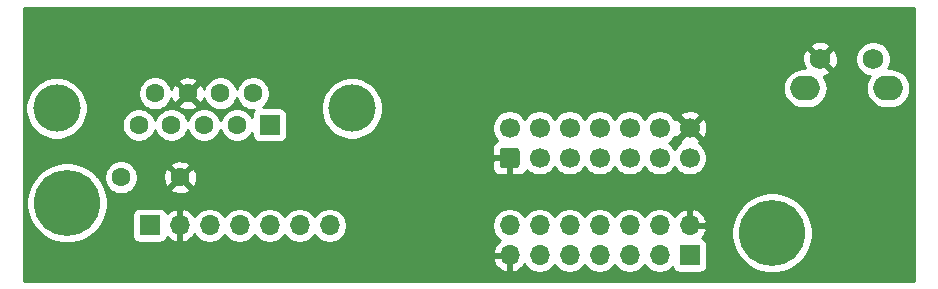
<source format=gtl>
%TF.GenerationSoftware,KiCad,Pcbnew,(5.1.12)-1*%
%TF.CreationDate,2023-01-17T22:16:04+01:00*%
%TF.ProjectId,Connectors,436f6e6e-6563-4746-9f72-732e6b696361,rev?*%
%TF.SameCoordinates,PX7065700PY5b33698*%
%TF.FileFunction,Copper,L1,Top*%
%TF.FilePolarity,Positive*%
%FSLAX46Y46*%
G04 Gerber Fmt 4.6, Leading zero omitted, Abs format (unit mm)*
G04 Created by KiCad (PCBNEW (5.1.12)-1) date 2023-01-17 22:16:04*
%MOMM*%
%LPD*%
G01*
G04 APERTURE LIST*
%TA.AperFunction,ComponentPad*%
%ADD10O,2.500000X2.100000*%
%TD*%
%TA.AperFunction,ComponentPad*%
%ADD11C,1.750000*%
%TD*%
%TA.AperFunction,ComponentPad*%
%ADD12C,1.600000*%
%TD*%
%TA.AperFunction,ComponentPad*%
%ADD13C,4.000000*%
%TD*%
%TA.AperFunction,ComponentPad*%
%ADD14R,1.700000X1.700000*%
%TD*%
%TA.AperFunction,ComponentPad*%
%ADD15C,1.700000*%
%TD*%
%TA.AperFunction,ComponentPad*%
%ADD16O,1.700000X1.700000*%
%TD*%
%TA.AperFunction,ComponentPad*%
%ADD17C,5.600000*%
%TD*%
%TA.AperFunction,Conductor*%
%ADD18C,0.254000*%
%TD*%
%TA.AperFunction,Conductor*%
%ADD19C,0.100000*%
%TD*%
G04 APERTURE END LIST*
D10*
%TO.P,SW1,*%
%TO.N,*%
X66822000Y16941000D03*
D11*
%TO.P,SW1,1*%
%TO.N,GND*%
X68072000Y19431000D03*
%TO.P,SW1,2*%
%TO.N,Net-(J13-Pad5)*%
X72572000Y19431000D03*
D10*
%TO.P,SW1,*%
%TO.N,*%
X73832000Y16941000D03*
%TD*%
D12*
%TO.P,C1,2*%
%TO.N,GND*%
X13890000Y9398000D03*
%TO.P,C1,1*%
%TO.N,VCC*%
X8890000Y9398000D03*
%TD*%
D13*
%TO.P,J15,0*%
%TO.N,N/C*%
X3429000Y15240000D03*
X28423000Y15240000D03*
D12*
%TO.P,J15,9*%
%TO.N,Net-(J15-Pad9)*%
X11768000Y16510000D03*
%TO.P,J15,8*%
%TO.N,GND*%
X14538000Y16510000D03*
%TO.P,J15,7*%
%TO.N,Net-(J14-Pad4)*%
X17308000Y16510000D03*
%TO.P,J15,6*%
%TO.N,Net-(J14-Pad6)*%
X20078000Y16510000D03*
%TO.P,J15,5*%
%TO.N,Net-(J15-Pad5)*%
X10383000Y13843000D03*
%TO.P,J15,4*%
%TO.N,VCC*%
X13153000Y13843000D03*
%TO.P,J15,3*%
%TO.N,Net-(J14-Pad3)*%
X15923000Y13843000D03*
%TO.P,J15,2*%
%TO.N,Net-(J14-Pad5)*%
X18693000Y13843000D03*
D14*
%TO.P,J15,1*%
%TO.N,Net-(J14-Pad7)*%
X21463000Y13843000D03*
%TD*%
D15*
%TO.P,J16,14*%
%TO.N,GND*%
X57023000Y13589000D03*
%TO.P,J16,12*%
%TO.N,Net-(J13-Pad4)*%
X54483000Y13589000D03*
%TO.P,J16,10*%
%TO.N,Net-(J16-Pad10)*%
X51943000Y13589000D03*
%TO.P,J16,8*%
%TO.N,Net-(J13-Pad8)*%
X49403000Y13589000D03*
%TO.P,J16,6*%
%TO.N,Net-(J13-Pad10)*%
X46863000Y13589000D03*
%TO.P,J16,4*%
%TO.N,Net-(J13-Pad12)*%
X44323000Y13589000D03*
%TO.P,J16,2*%
%TO.N,Net-(J13-Pad14)*%
X41783000Y13589000D03*
%TO.P,J16,13*%
%TO.N,Net-(J13-Pad1)*%
X57023000Y11049000D03*
%TO.P,J16,11*%
%TO.N,Net-(J13-Pad3)*%
X54483000Y11049000D03*
%TO.P,J16,9*%
%TO.N,Net-(J16-Pad9)*%
X51943000Y11049000D03*
%TO.P,J16,7*%
%TO.N,Net-(J13-Pad7)*%
X49403000Y11049000D03*
%TO.P,J16,5*%
%TO.N,Net-(J13-Pad9)*%
X46863000Y11049000D03*
%TO.P,J16,3*%
%TO.N,Net-(J13-Pad11)*%
X44323000Y11049000D03*
%TO.P,J16,1*%
%TO.N,GND*%
%TA.AperFunction,ComponentPad*%
G36*
G01*
X42383000Y10199000D02*
X41183000Y10199000D01*
G75*
G02*
X40933000Y10449000I0J250000D01*
G01*
X40933000Y11649000D01*
G75*
G02*
X41183000Y11899000I250000J0D01*
G01*
X42383000Y11899000D01*
G75*
G02*
X42633000Y11649000I0J-250000D01*
G01*
X42633000Y10449000D01*
G75*
G02*
X42383000Y10199000I-250000J0D01*
G01*
G37*
%TD.AperFunction*%
%TD*%
D16*
%TO.P,J14,7*%
%TO.N,Net-(J14-Pad7)*%
X26543000Y5334000D03*
%TO.P,J14,6*%
%TO.N,Net-(J14-Pad6)*%
X24003000Y5334000D03*
%TO.P,J14,5*%
%TO.N,Net-(J14-Pad5)*%
X21463000Y5334000D03*
%TO.P,J14,4*%
%TO.N,Net-(J14-Pad4)*%
X18923000Y5334000D03*
%TO.P,J14,3*%
%TO.N,Net-(J14-Pad3)*%
X16383000Y5334000D03*
%TO.P,J14,2*%
%TO.N,GND*%
X13843000Y5334000D03*
D14*
%TO.P,J14,1*%
%TO.N,VCC*%
X11303000Y5334000D03*
%TD*%
D16*
%TO.P,J13,14*%
%TO.N,Net-(J13-Pad14)*%
X41783000Y5334000D03*
%TO.P,J13,13*%
%TO.N,GND*%
X41783000Y2794000D03*
%TO.P,J13,12*%
%TO.N,Net-(J13-Pad12)*%
X44323000Y5334000D03*
%TO.P,J13,11*%
%TO.N,Net-(J13-Pad11)*%
X44323000Y2794000D03*
%TO.P,J13,10*%
%TO.N,Net-(J13-Pad10)*%
X46863000Y5334000D03*
%TO.P,J13,9*%
%TO.N,Net-(J13-Pad9)*%
X46863000Y2794000D03*
%TO.P,J13,8*%
%TO.N,Net-(J13-Pad8)*%
X49403000Y5334000D03*
%TO.P,J13,7*%
%TO.N,Net-(J13-Pad7)*%
X49403000Y2794000D03*
%TO.P,J13,6*%
%TO.N,Net-(J13-Pad6)*%
X51943000Y5334000D03*
%TO.P,J13,5*%
%TO.N,Net-(J13-Pad5)*%
X51943000Y2794000D03*
%TO.P,J13,4*%
%TO.N,Net-(J13-Pad4)*%
X54483000Y5334000D03*
%TO.P,J13,3*%
%TO.N,Net-(J13-Pad3)*%
X54483000Y2794000D03*
%TO.P,J13,2*%
%TO.N,GND*%
X57023000Y5334000D03*
D14*
%TO.P,J13,1*%
%TO.N,Net-(J13-Pad1)*%
X57023000Y2794000D03*
%TD*%
D17*
%TO.P,H2,1*%
%TO.N,N/C*%
X64008000Y4699000D03*
%TD*%
%TO.P,H1,1*%
%TO.N,N/C*%
X4318000Y7239000D03*
%TD*%
D18*
%TO.N,GND*%
X76048001Y660000D02*
X660000Y660000D01*
X660000Y2437109D01*
X40341519Y2437109D01*
X40438843Y2162748D01*
X40587822Y1912645D01*
X40782731Y1696412D01*
X41016080Y1522359D01*
X41278901Y1397175D01*
X41426110Y1352524D01*
X41656000Y1473845D01*
X41656000Y2667000D01*
X40462186Y2667000D01*
X40341519Y2437109D01*
X660000Y2437109D01*
X660000Y7577318D01*
X883000Y7577318D01*
X883000Y6900682D01*
X1015006Y6237048D01*
X1273943Y5611918D01*
X1649862Y5049315D01*
X2128315Y4570862D01*
X2690918Y4194943D01*
X3316048Y3936006D01*
X3979682Y3804000D01*
X4656318Y3804000D01*
X5319952Y3936006D01*
X5945082Y4194943D01*
X6507685Y4570862D01*
X6986138Y5049315D01*
X7362057Y5611918D01*
X7599020Y6184000D01*
X9814928Y6184000D01*
X9814928Y4484000D01*
X9827188Y4359518D01*
X9863498Y4239820D01*
X9922463Y4129506D01*
X10001815Y4032815D01*
X10098506Y3953463D01*
X10208820Y3894498D01*
X10328518Y3858188D01*
X10453000Y3845928D01*
X12153000Y3845928D01*
X12277482Y3858188D01*
X12397180Y3894498D01*
X12507494Y3953463D01*
X12604185Y4032815D01*
X12683537Y4129506D01*
X12742502Y4239820D01*
X12766966Y4320466D01*
X12842731Y4236412D01*
X13076080Y4062359D01*
X13338901Y3937175D01*
X13486110Y3892524D01*
X13716000Y4013845D01*
X13716000Y5207000D01*
X13696000Y5207000D01*
X13696000Y5461000D01*
X13716000Y5461000D01*
X13716000Y6654155D01*
X13970000Y6654155D01*
X13970000Y5461000D01*
X13990000Y5461000D01*
X13990000Y5207000D01*
X13970000Y5207000D01*
X13970000Y4013845D01*
X14199890Y3892524D01*
X14347099Y3937175D01*
X14609920Y4062359D01*
X14843269Y4236412D01*
X15038178Y4452645D01*
X15107805Y4569534D01*
X15229525Y4387368D01*
X15436368Y4180525D01*
X15679589Y4018010D01*
X15949842Y3906068D01*
X16236740Y3849000D01*
X16529260Y3849000D01*
X16816158Y3906068D01*
X17086411Y4018010D01*
X17329632Y4180525D01*
X17536475Y4387368D01*
X17653000Y4561760D01*
X17769525Y4387368D01*
X17976368Y4180525D01*
X18219589Y4018010D01*
X18489842Y3906068D01*
X18776740Y3849000D01*
X19069260Y3849000D01*
X19356158Y3906068D01*
X19626411Y4018010D01*
X19869632Y4180525D01*
X20076475Y4387368D01*
X20193000Y4561760D01*
X20309525Y4387368D01*
X20516368Y4180525D01*
X20759589Y4018010D01*
X21029842Y3906068D01*
X21316740Y3849000D01*
X21609260Y3849000D01*
X21896158Y3906068D01*
X22166411Y4018010D01*
X22409632Y4180525D01*
X22616475Y4387368D01*
X22733000Y4561760D01*
X22849525Y4387368D01*
X23056368Y4180525D01*
X23299589Y4018010D01*
X23569842Y3906068D01*
X23856740Y3849000D01*
X24149260Y3849000D01*
X24436158Y3906068D01*
X24706411Y4018010D01*
X24949632Y4180525D01*
X25156475Y4387368D01*
X25273000Y4561760D01*
X25389525Y4387368D01*
X25596368Y4180525D01*
X25839589Y4018010D01*
X26109842Y3906068D01*
X26396740Y3849000D01*
X26689260Y3849000D01*
X26976158Y3906068D01*
X27246411Y4018010D01*
X27489632Y4180525D01*
X27696475Y4387368D01*
X27858990Y4630589D01*
X27970932Y4900842D01*
X28028000Y5187740D01*
X28028000Y5480260D01*
X40298000Y5480260D01*
X40298000Y5187740D01*
X40355068Y4900842D01*
X40467010Y4630589D01*
X40629525Y4387368D01*
X40836368Y4180525D01*
X41012406Y4062900D01*
X40782731Y3891588D01*
X40587822Y3675355D01*
X40438843Y3425252D01*
X40341519Y3150891D01*
X40462186Y2921000D01*
X41656000Y2921000D01*
X41656000Y2941000D01*
X41910000Y2941000D01*
X41910000Y2921000D01*
X41930000Y2921000D01*
X41930000Y2667000D01*
X41910000Y2667000D01*
X41910000Y1473845D01*
X42139890Y1352524D01*
X42287099Y1397175D01*
X42549920Y1522359D01*
X42783269Y1696412D01*
X42978178Y1912645D01*
X43047805Y2029534D01*
X43169525Y1847368D01*
X43376368Y1640525D01*
X43619589Y1478010D01*
X43889842Y1366068D01*
X44176740Y1309000D01*
X44469260Y1309000D01*
X44756158Y1366068D01*
X45026411Y1478010D01*
X45269632Y1640525D01*
X45476475Y1847368D01*
X45593000Y2021760D01*
X45709525Y1847368D01*
X45916368Y1640525D01*
X46159589Y1478010D01*
X46429842Y1366068D01*
X46716740Y1309000D01*
X47009260Y1309000D01*
X47296158Y1366068D01*
X47566411Y1478010D01*
X47809632Y1640525D01*
X48016475Y1847368D01*
X48133000Y2021760D01*
X48249525Y1847368D01*
X48456368Y1640525D01*
X48699589Y1478010D01*
X48969842Y1366068D01*
X49256740Y1309000D01*
X49549260Y1309000D01*
X49836158Y1366068D01*
X50106411Y1478010D01*
X50349632Y1640525D01*
X50556475Y1847368D01*
X50673000Y2021760D01*
X50789525Y1847368D01*
X50996368Y1640525D01*
X51239589Y1478010D01*
X51509842Y1366068D01*
X51796740Y1309000D01*
X52089260Y1309000D01*
X52376158Y1366068D01*
X52646411Y1478010D01*
X52889632Y1640525D01*
X53096475Y1847368D01*
X53213000Y2021760D01*
X53329525Y1847368D01*
X53536368Y1640525D01*
X53779589Y1478010D01*
X54049842Y1366068D01*
X54336740Y1309000D01*
X54629260Y1309000D01*
X54916158Y1366068D01*
X55186411Y1478010D01*
X55429632Y1640525D01*
X55561487Y1772380D01*
X55583498Y1699820D01*
X55642463Y1589506D01*
X55721815Y1492815D01*
X55818506Y1413463D01*
X55928820Y1354498D01*
X56048518Y1318188D01*
X56173000Y1305928D01*
X57873000Y1305928D01*
X57997482Y1318188D01*
X58117180Y1354498D01*
X58227494Y1413463D01*
X58324185Y1492815D01*
X58403537Y1589506D01*
X58462502Y1699820D01*
X58498812Y1819518D01*
X58511072Y1944000D01*
X58511072Y3644000D01*
X58498812Y3768482D01*
X58462502Y3888180D01*
X58403537Y3998494D01*
X58324185Y4095185D01*
X58227494Y4174537D01*
X58117180Y4233502D01*
X58041374Y4256498D01*
X58218178Y4452645D01*
X58367157Y4702748D01*
X58464481Y4977109D01*
X58432879Y5037318D01*
X60573000Y5037318D01*
X60573000Y4360682D01*
X60705006Y3697048D01*
X60963943Y3071918D01*
X61339862Y2509315D01*
X61818315Y2030862D01*
X62380918Y1654943D01*
X63006048Y1396006D01*
X63669682Y1264000D01*
X64346318Y1264000D01*
X65009952Y1396006D01*
X65635082Y1654943D01*
X66197685Y2030862D01*
X66676138Y2509315D01*
X67052057Y3071918D01*
X67310994Y3697048D01*
X67443000Y4360682D01*
X67443000Y5037318D01*
X67310994Y5700952D01*
X67052057Y6326082D01*
X66676138Y6888685D01*
X66197685Y7367138D01*
X65635082Y7743057D01*
X65009952Y8001994D01*
X64346318Y8134000D01*
X63669682Y8134000D01*
X63006048Y8001994D01*
X62380918Y7743057D01*
X61818315Y7367138D01*
X61339862Y6888685D01*
X60963943Y6326082D01*
X60705006Y5700952D01*
X60573000Y5037318D01*
X58432879Y5037318D01*
X58343814Y5207000D01*
X57150000Y5207000D01*
X57150000Y5187000D01*
X56896000Y5187000D01*
X56896000Y5207000D01*
X56876000Y5207000D01*
X56876000Y5461000D01*
X56896000Y5461000D01*
X56896000Y6654155D01*
X57150000Y6654155D01*
X57150000Y5461000D01*
X58343814Y5461000D01*
X58464481Y5690891D01*
X58367157Y5965252D01*
X58218178Y6215355D01*
X58023269Y6431588D01*
X57789920Y6605641D01*
X57527099Y6730825D01*
X57379890Y6775476D01*
X57150000Y6654155D01*
X56896000Y6654155D01*
X56666110Y6775476D01*
X56518901Y6730825D01*
X56256080Y6605641D01*
X56022731Y6431588D01*
X55827822Y6215355D01*
X55758195Y6098466D01*
X55636475Y6280632D01*
X55429632Y6487475D01*
X55186411Y6649990D01*
X54916158Y6761932D01*
X54629260Y6819000D01*
X54336740Y6819000D01*
X54049842Y6761932D01*
X53779589Y6649990D01*
X53536368Y6487475D01*
X53329525Y6280632D01*
X53213000Y6106240D01*
X53096475Y6280632D01*
X52889632Y6487475D01*
X52646411Y6649990D01*
X52376158Y6761932D01*
X52089260Y6819000D01*
X51796740Y6819000D01*
X51509842Y6761932D01*
X51239589Y6649990D01*
X50996368Y6487475D01*
X50789525Y6280632D01*
X50673000Y6106240D01*
X50556475Y6280632D01*
X50349632Y6487475D01*
X50106411Y6649990D01*
X49836158Y6761932D01*
X49549260Y6819000D01*
X49256740Y6819000D01*
X48969842Y6761932D01*
X48699589Y6649990D01*
X48456368Y6487475D01*
X48249525Y6280632D01*
X48133000Y6106240D01*
X48016475Y6280632D01*
X47809632Y6487475D01*
X47566411Y6649990D01*
X47296158Y6761932D01*
X47009260Y6819000D01*
X46716740Y6819000D01*
X46429842Y6761932D01*
X46159589Y6649990D01*
X45916368Y6487475D01*
X45709525Y6280632D01*
X45593000Y6106240D01*
X45476475Y6280632D01*
X45269632Y6487475D01*
X45026411Y6649990D01*
X44756158Y6761932D01*
X44469260Y6819000D01*
X44176740Y6819000D01*
X43889842Y6761932D01*
X43619589Y6649990D01*
X43376368Y6487475D01*
X43169525Y6280632D01*
X43053000Y6106240D01*
X42936475Y6280632D01*
X42729632Y6487475D01*
X42486411Y6649990D01*
X42216158Y6761932D01*
X41929260Y6819000D01*
X41636740Y6819000D01*
X41349842Y6761932D01*
X41079589Y6649990D01*
X40836368Y6487475D01*
X40629525Y6280632D01*
X40467010Y6037411D01*
X40355068Y5767158D01*
X40298000Y5480260D01*
X28028000Y5480260D01*
X27970932Y5767158D01*
X27858990Y6037411D01*
X27696475Y6280632D01*
X27489632Y6487475D01*
X27246411Y6649990D01*
X26976158Y6761932D01*
X26689260Y6819000D01*
X26396740Y6819000D01*
X26109842Y6761932D01*
X25839589Y6649990D01*
X25596368Y6487475D01*
X25389525Y6280632D01*
X25273000Y6106240D01*
X25156475Y6280632D01*
X24949632Y6487475D01*
X24706411Y6649990D01*
X24436158Y6761932D01*
X24149260Y6819000D01*
X23856740Y6819000D01*
X23569842Y6761932D01*
X23299589Y6649990D01*
X23056368Y6487475D01*
X22849525Y6280632D01*
X22733000Y6106240D01*
X22616475Y6280632D01*
X22409632Y6487475D01*
X22166411Y6649990D01*
X21896158Y6761932D01*
X21609260Y6819000D01*
X21316740Y6819000D01*
X21029842Y6761932D01*
X20759589Y6649990D01*
X20516368Y6487475D01*
X20309525Y6280632D01*
X20193000Y6106240D01*
X20076475Y6280632D01*
X19869632Y6487475D01*
X19626411Y6649990D01*
X19356158Y6761932D01*
X19069260Y6819000D01*
X18776740Y6819000D01*
X18489842Y6761932D01*
X18219589Y6649990D01*
X17976368Y6487475D01*
X17769525Y6280632D01*
X17653000Y6106240D01*
X17536475Y6280632D01*
X17329632Y6487475D01*
X17086411Y6649990D01*
X16816158Y6761932D01*
X16529260Y6819000D01*
X16236740Y6819000D01*
X15949842Y6761932D01*
X15679589Y6649990D01*
X15436368Y6487475D01*
X15229525Y6280632D01*
X15107805Y6098466D01*
X15038178Y6215355D01*
X14843269Y6431588D01*
X14609920Y6605641D01*
X14347099Y6730825D01*
X14199890Y6775476D01*
X13970000Y6654155D01*
X13716000Y6654155D01*
X13486110Y6775476D01*
X13338901Y6730825D01*
X13076080Y6605641D01*
X12842731Y6431588D01*
X12766966Y6347534D01*
X12742502Y6428180D01*
X12683537Y6538494D01*
X12604185Y6635185D01*
X12507494Y6714537D01*
X12397180Y6773502D01*
X12277482Y6809812D01*
X12153000Y6822072D01*
X10453000Y6822072D01*
X10328518Y6809812D01*
X10208820Y6773502D01*
X10098506Y6714537D01*
X10001815Y6635185D01*
X9922463Y6538494D01*
X9863498Y6428180D01*
X9827188Y6308482D01*
X9814928Y6184000D01*
X7599020Y6184000D01*
X7620994Y6237048D01*
X7753000Y6900682D01*
X7753000Y7577318D01*
X7620994Y8240952D01*
X7362057Y8866082D01*
X6986138Y9428685D01*
X6875488Y9539335D01*
X7455000Y9539335D01*
X7455000Y9256665D01*
X7510147Y8979426D01*
X7618320Y8718273D01*
X7775363Y8483241D01*
X7975241Y8283363D01*
X8210273Y8126320D01*
X8471426Y8018147D01*
X8748665Y7963000D01*
X9031335Y7963000D01*
X9308574Y8018147D01*
X9569727Y8126320D01*
X9804759Y8283363D01*
X9926694Y8405298D01*
X13076903Y8405298D01*
X13148486Y8161329D01*
X13403996Y8040429D01*
X13678184Y7971700D01*
X13960512Y7957783D01*
X14240130Y7999213D01*
X14506292Y8094397D01*
X14631514Y8161329D01*
X14703097Y8405298D01*
X13890000Y9218395D01*
X13076903Y8405298D01*
X9926694Y8405298D01*
X10004637Y8483241D01*
X10161680Y8718273D01*
X10269853Y8979426D01*
X10325000Y9256665D01*
X10325000Y9327488D01*
X12449783Y9327488D01*
X12491213Y9047870D01*
X12586397Y8781708D01*
X12653329Y8656486D01*
X12897298Y8584903D01*
X13710395Y9398000D01*
X14069605Y9398000D01*
X14882702Y8584903D01*
X15126671Y8656486D01*
X15247571Y8911996D01*
X15316300Y9186184D01*
X15330217Y9468512D01*
X15288787Y9748130D01*
X15193603Y10014292D01*
X15126671Y10139514D01*
X14923931Y10199000D01*
X40294928Y10199000D01*
X40307188Y10074518D01*
X40343498Y9954820D01*
X40402463Y9844506D01*
X40481815Y9747815D01*
X40578506Y9668463D01*
X40688820Y9609498D01*
X40808518Y9573188D01*
X40933000Y9560928D01*
X41497250Y9564000D01*
X41656000Y9722750D01*
X41656000Y10922000D01*
X40456750Y10922000D01*
X40298000Y10763250D01*
X40294928Y10199000D01*
X14923931Y10199000D01*
X14882702Y10211097D01*
X14069605Y9398000D01*
X13710395Y9398000D01*
X12897298Y10211097D01*
X12653329Y10139514D01*
X12532429Y9884004D01*
X12463700Y9609816D01*
X12449783Y9327488D01*
X10325000Y9327488D01*
X10325000Y9539335D01*
X10269853Y9816574D01*
X10161680Y10077727D01*
X10004637Y10312759D01*
X9926694Y10390702D01*
X13076903Y10390702D01*
X13890000Y9577605D01*
X14703097Y10390702D01*
X14631514Y10634671D01*
X14376004Y10755571D01*
X14101816Y10824300D01*
X13819488Y10838217D01*
X13539870Y10796787D01*
X13273708Y10701603D01*
X13148486Y10634671D01*
X13076903Y10390702D01*
X9926694Y10390702D01*
X9804759Y10512637D01*
X9569727Y10669680D01*
X9308574Y10777853D01*
X9031335Y10833000D01*
X8748665Y10833000D01*
X8471426Y10777853D01*
X8210273Y10669680D01*
X7975241Y10512637D01*
X7775363Y10312759D01*
X7618320Y10077727D01*
X7510147Y9816574D01*
X7455000Y9539335D01*
X6875488Y9539335D01*
X6507685Y9907138D01*
X5945082Y10283057D01*
X5319952Y10541994D01*
X4656318Y10674000D01*
X3979682Y10674000D01*
X3316048Y10541994D01*
X2690918Y10283057D01*
X2128315Y9907138D01*
X1649862Y9428685D01*
X1273943Y8866082D01*
X1015006Y8240952D01*
X883000Y7577318D01*
X660000Y7577318D01*
X660000Y11899000D01*
X40294928Y11899000D01*
X40298000Y11334750D01*
X40456750Y11176000D01*
X41656000Y11176000D01*
X41656000Y11196000D01*
X41910000Y11196000D01*
X41910000Y11176000D01*
X41930000Y11176000D01*
X41930000Y10922000D01*
X41910000Y10922000D01*
X41910000Y9722750D01*
X42068750Y9564000D01*
X42633000Y9560928D01*
X42757482Y9573188D01*
X42877180Y9609498D01*
X42987494Y9668463D01*
X43084185Y9747815D01*
X43163537Y9844506D01*
X43222502Y9954820D01*
X43244513Y10027380D01*
X43376368Y9895525D01*
X43619589Y9733010D01*
X43889842Y9621068D01*
X44176740Y9564000D01*
X44469260Y9564000D01*
X44756158Y9621068D01*
X45026411Y9733010D01*
X45269632Y9895525D01*
X45476475Y10102368D01*
X45593000Y10276760D01*
X45709525Y10102368D01*
X45916368Y9895525D01*
X46159589Y9733010D01*
X46429842Y9621068D01*
X46716740Y9564000D01*
X47009260Y9564000D01*
X47296158Y9621068D01*
X47566411Y9733010D01*
X47809632Y9895525D01*
X48016475Y10102368D01*
X48133000Y10276760D01*
X48249525Y10102368D01*
X48456368Y9895525D01*
X48699589Y9733010D01*
X48969842Y9621068D01*
X49256740Y9564000D01*
X49549260Y9564000D01*
X49836158Y9621068D01*
X50106411Y9733010D01*
X50349632Y9895525D01*
X50556475Y10102368D01*
X50673000Y10276760D01*
X50789525Y10102368D01*
X50996368Y9895525D01*
X51239589Y9733010D01*
X51509842Y9621068D01*
X51796740Y9564000D01*
X52089260Y9564000D01*
X52376158Y9621068D01*
X52646411Y9733010D01*
X52889632Y9895525D01*
X53096475Y10102368D01*
X53213000Y10276760D01*
X53329525Y10102368D01*
X53536368Y9895525D01*
X53779589Y9733010D01*
X54049842Y9621068D01*
X54336740Y9564000D01*
X54629260Y9564000D01*
X54916158Y9621068D01*
X55186411Y9733010D01*
X55429632Y9895525D01*
X55636475Y10102368D01*
X55753000Y10276760D01*
X55869525Y10102368D01*
X56076368Y9895525D01*
X56319589Y9733010D01*
X56589842Y9621068D01*
X56876740Y9564000D01*
X57169260Y9564000D01*
X57456158Y9621068D01*
X57726411Y9733010D01*
X57969632Y9895525D01*
X58176475Y10102368D01*
X58338990Y10345589D01*
X58450932Y10615842D01*
X58508000Y10902740D01*
X58508000Y11195260D01*
X58450932Y11482158D01*
X58338990Y11752411D01*
X58176475Y11995632D01*
X57969632Y12202475D01*
X57796271Y12318311D01*
X57871792Y12560603D01*
X57023000Y13409395D01*
X56174208Y12560603D01*
X56249729Y12318311D01*
X56076368Y12202475D01*
X55869525Y11995632D01*
X55753000Y11821240D01*
X55636475Y11995632D01*
X55429632Y12202475D01*
X55255240Y12319000D01*
X55429632Y12435525D01*
X55636475Y12642368D01*
X55752311Y12815729D01*
X55994603Y12740208D01*
X56843395Y13589000D01*
X57202605Y13589000D01*
X58051397Y12740208D01*
X58300472Y12817843D01*
X58426371Y13081883D01*
X58498339Y13365411D01*
X58513611Y13657531D01*
X58471599Y13947019D01*
X58373919Y14222747D01*
X58300472Y14360157D01*
X58051397Y14437792D01*
X57202605Y13589000D01*
X56843395Y13589000D01*
X55994603Y14437792D01*
X55752311Y14362271D01*
X55636475Y14535632D01*
X55554710Y14617397D01*
X56174208Y14617397D01*
X57023000Y13768605D01*
X57871792Y14617397D01*
X57794157Y14866472D01*
X57530117Y14992371D01*
X57246589Y15064339D01*
X56954469Y15079611D01*
X56664981Y15037599D01*
X56389253Y14939919D01*
X56251843Y14866472D01*
X56174208Y14617397D01*
X55554710Y14617397D01*
X55429632Y14742475D01*
X55186411Y14904990D01*
X54916158Y15016932D01*
X54629260Y15074000D01*
X54336740Y15074000D01*
X54049842Y15016932D01*
X53779589Y14904990D01*
X53536368Y14742475D01*
X53329525Y14535632D01*
X53213000Y14361240D01*
X53096475Y14535632D01*
X52889632Y14742475D01*
X52646411Y14904990D01*
X52376158Y15016932D01*
X52089260Y15074000D01*
X51796740Y15074000D01*
X51509842Y15016932D01*
X51239589Y14904990D01*
X50996368Y14742475D01*
X50789525Y14535632D01*
X50673000Y14361240D01*
X50556475Y14535632D01*
X50349632Y14742475D01*
X50106411Y14904990D01*
X49836158Y15016932D01*
X49549260Y15074000D01*
X49256740Y15074000D01*
X48969842Y15016932D01*
X48699589Y14904990D01*
X48456368Y14742475D01*
X48249525Y14535632D01*
X48133000Y14361240D01*
X48016475Y14535632D01*
X47809632Y14742475D01*
X47566411Y14904990D01*
X47296158Y15016932D01*
X47009260Y15074000D01*
X46716740Y15074000D01*
X46429842Y15016932D01*
X46159589Y14904990D01*
X45916368Y14742475D01*
X45709525Y14535632D01*
X45593000Y14361240D01*
X45476475Y14535632D01*
X45269632Y14742475D01*
X45026411Y14904990D01*
X44756158Y15016932D01*
X44469260Y15074000D01*
X44176740Y15074000D01*
X43889842Y15016932D01*
X43619589Y14904990D01*
X43376368Y14742475D01*
X43169525Y14535632D01*
X43053000Y14361240D01*
X42936475Y14535632D01*
X42729632Y14742475D01*
X42486411Y14904990D01*
X42216158Y15016932D01*
X41929260Y15074000D01*
X41636740Y15074000D01*
X41349842Y15016932D01*
X41079589Y14904990D01*
X40836368Y14742475D01*
X40629525Y14535632D01*
X40467010Y14292411D01*
X40355068Y14022158D01*
X40298000Y13735260D01*
X40298000Y13442740D01*
X40355068Y13155842D01*
X40467010Y12885589D01*
X40629525Y12642368D01*
X40761380Y12510513D01*
X40688820Y12488502D01*
X40578506Y12429537D01*
X40481815Y12350185D01*
X40402463Y12253494D01*
X40343498Y12143180D01*
X40307188Y12023482D01*
X40294928Y11899000D01*
X660000Y11899000D01*
X660000Y15499525D01*
X794000Y15499525D01*
X794000Y14980475D01*
X895261Y14471399D01*
X1093893Y13991859D01*
X1382262Y13560285D01*
X1749285Y13193262D01*
X2180859Y12904893D01*
X2660399Y12706261D01*
X3169475Y12605000D01*
X3688525Y12605000D01*
X4197601Y12706261D01*
X4677141Y12904893D01*
X5108715Y13193262D01*
X5475738Y13560285D01*
X5759079Y13984335D01*
X8948000Y13984335D01*
X8948000Y13701665D01*
X9003147Y13424426D01*
X9111320Y13163273D01*
X9268363Y12928241D01*
X9468241Y12728363D01*
X9703273Y12571320D01*
X9964426Y12463147D01*
X10241665Y12408000D01*
X10524335Y12408000D01*
X10801574Y12463147D01*
X11062727Y12571320D01*
X11297759Y12728363D01*
X11497637Y12928241D01*
X11654680Y13163273D01*
X11762853Y13424426D01*
X11768000Y13450301D01*
X11773147Y13424426D01*
X11881320Y13163273D01*
X12038363Y12928241D01*
X12238241Y12728363D01*
X12473273Y12571320D01*
X12734426Y12463147D01*
X13011665Y12408000D01*
X13294335Y12408000D01*
X13571574Y12463147D01*
X13832727Y12571320D01*
X14067759Y12728363D01*
X14267637Y12928241D01*
X14424680Y13163273D01*
X14532853Y13424426D01*
X14538000Y13450301D01*
X14543147Y13424426D01*
X14651320Y13163273D01*
X14808363Y12928241D01*
X15008241Y12728363D01*
X15243273Y12571320D01*
X15504426Y12463147D01*
X15781665Y12408000D01*
X16064335Y12408000D01*
X16341574Y12463147D01*
X16602727Y12571320D01*
X16837759Y12728363D01*
X17037637Y12928241D01*
X17194680Y13163273D01*
X17302853Y13424426D01*
X17308000Y13450301D01*
X17313147Y13424426D01*
X17421320Y13163273D01*
X17578363Y12928241D01*
X17778241Y12728363D01*
X18013273Y12571320D01*
X18274426Y12463147D01*
X18551665Y12408000D01*
X18834335Y12408000D01*
X19111574Y12463147D01*
X19372727Y12571320D01*
X19607759Y12728363D01*
X19807637Y12928241D01*
X19964680Y13163273D01*
X19974928Y13188014D01*
X19974928Y12993000D01*
X19987188Y12868518D01*
X20023498Y12748820D01*
X20082463Y12638506D01*
X20161815Y12541815D01*
X20258506Y12462463D01*
X20368820Y12403498D01*
X20488518Y12367188D01*
X20613000Y12354928D01*
X22313000Y12354928D01*
X22437482Y12367188D01*
X22557180Y12403498D01*
X22667494Y12462463D01*
X22764185Y12541815D01*
X22843537Y12638506D01*
X22902502Y12748820D01*
X22938812Y12868518D01*
X22951072Y12993000D01*
X22951072Y14693000D01*
X22938812Y14817482D01*
X22902502Y14937180D01*
X22843537Y15047494D01*
X22764185Y15144185D01*
X22667494Y15223537D01*
X22557180Y15282502D01*
X22437482Y15318812D01*
X22313000Y15331072D01*
X20896540Y15331072D01*
X20992759Y15395363D01*
X21096921Y15499525D01*
X25788000Y15499525D01*
X25788000Y14980475D01*
X25889261Y14471399D01*
X26087893Y13991859D01*
X26376262Y13560285D01*
X26743285Y13193262D01*
X27174859Y12904893D01*
X27654399Y12706261D01*
X28163475Y12605000D01*
X28682525Y12605000D01*
X29191601Y12706261D01*
X29671141Y12904893D01*
X30102715Y13193262D01*
X30469738Y13560285D01*
X30758107Y13991859D01*
X30956739Y14471399D01*
X31058000Y14980475D01*
X31058000Y15499525D01*
X30956739Y16008601D01*
X30758107Y16488141D01*
X30469738Y16919715D01*
X30448453Y16941000D01*
X64928848Y16941000D01*
X64961381Y16610682D01*
X65057732Y16293059D01*
X65214196Y16000335D01*
X65424761Y15743761D01*
X65681335Y15533196D01*
X65974059Y15376732D01*
X66291682Y15280381D01*
X66539230Y15256000D01*
X67104770Y15256000D01*
X67352318Y15280381D01*
X67669941Y15376732D01*
X67962665Y15533196D01*
X68219239Y15743761D01*
X68429804Y16000335D01*
X68586268Y16293059D01*
X68682619Y16610682D01*
X68715152Y16941000D01*
X68682619Y17271318D01*
X68586268Y17588941D01*
X68429804Y17881665D01*
X68374572Y17948966D01*
X68433963Y17957499D01*
X68714474Y18056428D01*
X68857975Y18133132D01*
X68938635Y18384760D01*
X68072000Y19251395D01*
X68057858Y19237252D01*
X67878253Y19416857D01*
X67892395Y19431000D01*
X68251605Y19431000D01*
X69118240Y18564365D01*
X69369868Y18645025D01*
X69498267Y18913329D01*
X69571855Y19201526D01*
X69587804Y19498543D01*
X69576140Y19579722D01*
X71062000Y19579722D01*
X71062000Y19282278D01*
X71120029Y18990549D01*
X71233856Y18715747D01*
X71399107Y18468431D01*
X71609431Y18258107D01*
X71856747Y18092856D01*
X72131549Y17979029D01*
X72279885Y17949523D01*
X72224196Y17881665D01*
X72067732Y17588941D01*
X71971381Y17271318D01*
X71938848Y16941000D01*
X71971381Y16610682D01*
X72067732Y16293059D01*
X72224196Y16000335D01*
X72434761Y15743761D01*
X72691335Y15533196D01*
X72984059Y15376732D01*
X73301682Y15280381D01*
X73549230Y15256000D01*
X74114770Y15256000D01*
X74362318Y15280381D01*
X74679941Y15376732D01*
X74972665Y15533196D01*
X75229239Y15743761D01*
X75439804Y16000335D01*
X75596268Y16293059D01*
X75692619Y16610682D01*
X75725152Y16941000D01*
X75692619Y17271318D01*
X75596268Y17588941D01*
X75439804Y17881665D01*
X75229239Y18138239D01*
X74972665Y18348804D01*
X74679941Y18505268D01*
X74362318Y18601619D01*
X74114770Y18626000D01*
X73850177Y18626000D01*
X73910144Y18715747D01*
X74023971Y18990549D01*
X74082000Y19282278D01*
X74082000Y19579722D01*
X74023971Y19871451D01*
X73910144Y20146253D01*
X73744893Y20393569D01*
X73534569Y20603893D01*
X73287253Y20769144D01*
X73012451Y20882971D01*
X72720722Y20941000D01*
X72423278Y20941000D01*
X72131549Y20882971D01*
X71856747Y20769144D01*
X71609431Y20603893D01*
X71399107Y20393569D01*
X71233856Y20146253D01*
X71120029Y19871451D01*
X71062000Y19579722D01*
X69576140Y19579722D01*
X69545501Y19792963D01*
X69446572Y20073474D01*
X69369868Y20216975D01*
X69118240Y20297635D01*
X68251605Y19431000D01*
X67892395Y19431000D01*
X67025760Y20297635D01*
X66774132Y20216975D01*
X66645733Y19948671D01*
X66572145Y19660474D01*
X66556196Y19363457D01*
X66598499Y19069037D01*
X66697428Y18788526D01*
X66774132Y18645025D01*
X66833483Y18626000D01*
X66539230Y18626000D01*
X66291682Y18601619D01*
X65974059Y18505268D01*
X65681335Y18348804D01*
X65424761Y18138239D01*
X65214196Y17881665D01*
X65057732Y17588941D01*
X64961381Y17271318D01*
X64928848Y16941000D01*
X30448453Y16941000D01*
X30102715Y17286738D01*
X29671141Y17575107D01*
X29191601Y17773739D01*
X28682525Y17875000D01*
X28163475Y17875000D01*
X27654399Y17773739D01*
X27174859Y17575107D01*
X26743285Y17286738D01*
X26376262Y16919715D01*
X26087893Y16488141D01*
X25889261Y16008601D01*
X25788000Y15499525D01*
X21096921Y15499525D01*
X21192637Y15595241D01*
X21349680Y15830273D01*
X21457853Y16091426D01*
X21513000Y16368665D01*
X21513000Y16651335D01*
X21457853Y16928574D01*
X21349680Y17189727D01*
X21192637Y17424759D01*
X20992759Y17624637D01*
X20757727Y17781680D01*
X20496574Y17889853D01*
X20219335Y17945000D01*
X19936665Y17945000D01*
X19659426Y17889853D01*
X19398273Y17781680D01*
X19163241Y17624637D01*
X18963363Y17424759D01*
X18806320Y17189727D01*
X18698147Y16928574D01*
X18693000Y16902699D01*
X18687853Y16928574D01*
X18579680Y17189727D01*
X18422637Y17424759D01*
X18222759Y17624637D01*
X17987727Y17781680D01*
X17726574Y17889853D01*
X17449335Y17945000D01*
X17166665Y17945000D01*
X16889426Y17889853D01*
X16628273Y17781680D01*
X16393241Y17624637D01*
X16193363Y17424759D01*
X16036320Y17189727D01*
X15928147Y16928574D01*
X15922487Y16900118D01*
X15841603Y17126292D01*
X15774671Y17251514D01*
X15530702Y17323097D01*
X14717605Y16510000D01*
X15530702Y15696903D01*
X15774671Y15768486D01*
X15895571Y16023996D01*
X15921212Y16126289D01*
X15928147Y16091426D01*
X16036320Y15830273D01*
X16193363Y15595241D01*
X16393241Y15395363D01*
X16628273Y15238320D01*
X16889426Y15130147D01*
X17166665Y15075000D01*
X17449335Y15075000D01*
X17726574Y15130147D01*
X17987727Y15238320D01*
X18222759Y15395363D01*
X18422637Y15595241D01*
X18579680Y15830273D01*
X18687853Y16091426D01*
X18693000Y16117301D01*
X18698147Y16091426D01*
X18806320Y15830273D01*
X18963363Y15595241D01*
X19163241Y15395363D01*
X19398273Y15238320D01*
X19659426Y15130147D01*
X19936665Y15075000D01*
X20105037Y15075000D01*
X20082463Y15047494D01*
X20023498Y14937180D01*
X19987188Y14817482D01*
X19974928Y14693000D01*
X19974928Y14497986D01*
X19964680Y14522727D01*
X19807637Y14757759D01*
X19607759Y14957637D01*
X19372727Y15114680D01*
X19111574Y15222853D01*
X18834335Y15278000D01*
X18551665Y15278000D01*
X18274426Y15222853D01*
X18013273Y15114680D01*
X17778241Y14957637D01*
X17578363Y14757759D01*
X17421320Y14522727D01*
X17313147Y14261574D01*
X17308000Y14235699D01*
X17302853Y14261574D01*
X17194680Y14522727D01*
X17037637Y14757759D01*
X16837759Y14957637D01*
X16602727Y15114680D01*
X16341574Y15222853D01*
X16064335Y15278000D01*
X15781665Y15278000D01*
X15504426Y15222853D01*
X15243273Y15114680D01*
X15008241Y14957637D01*
X14808363Y14757759D01*
X14651320Y14522727D01*
X14543147Y14261574D01*
X14538000Y14235699D01*
X14532853Y14261574D01*
X14424680Y14522727D01*
X14267637Y14757759D01*
X14067759Y14957637D01*
X13832727Y15114680D01*
X13571574Y15222853D01*
X13294335Y15278000D01*
X13011665Y15278000D01*
X12734426Y15222853D01*
X12473273Y15114680D01*
X12238241Y14957637D01*
X12038363Y14757759D01*
X11881320Y14522727D01*
X11773147Y14261574D01*
X11768000Y14235699D01*
X11762853Y14261574D01*
X11654680Y14522727D01*
X11497637Y14757759D01*
X11297759Y14957637D01*
X11062727Y15114680D01*
X10801574Y15222853D01*
X10524335Y15278000D01*
X10241665Y15278000D01*
X9964426Y15222853D01*
X9703273Y15114680D01*
X9468241Y14957637D01*
X9268363Y14757759D01*
X9111320Y14522727D01*
X9003147Y14261574D01*
X8948000Y13984335D01*
X5759079Y13984335D01*
X5764107Y13991859D01*
X5962739Y14471399D01*
X6064000Y14980475D01*
X6064000Y15499525D01*
X5962739Y16008601D01*
X5764107Y16488141D01*
X5655065Y16651335D01*
X10333000Y16651335D01*
X10333000Y16368665D01*
X10388147Y16091426D01*
X10496320Y15830273D01*
X10653363Y15595241D01*
X10853241Y15395363D01*
X11088273Y15238320D01*
X11349426Y15130147D01*
X11626665Y15075000D01*
X11909335Y15075000D01*
X12186574Y15130147D01*
X12447727Y15238320D01*
X12682759Y15395363D01*
X12804694Y15517298D01*
X13724903Y15517298D01*
X13796486Y15273329D01*
X14051996Y15152429D01*
X14326184Y15083700D01*
X14608512Y15069783D01*
X14888130Y15111213D01*
X15154292Y15206397D01*
X15279514Y15273329D01*
X15351097Y15517298D01*
X14538000Y16330395D01*
X13724903Y15517298D01*
X12804694Y15517298D01*
X12882637Y15595241D01*
X13039680Y15830273D01*
X13147853Y16091426D01*
X13153513Y16119882D01*
X13234397Y15893708D01*
X13301329Y15768486D01*
X13545298Y15696903D01*
X14358395Y16510000D01*
X13545298Y17323097D01*
X13301329Y17251514D01*
X13180429Y16996004D01*
X13154788Y16893711D01*
X13147853Y16928574D01*
X13039680Y17189727D01*
X12882637Y17424759D01*
X12804694Y17502702D01*
X13724903Y17502702D01*
X14538000Y16689605D01*
X15351097Y17502702D01*
X15279514Y17746671D01*
X15024004Y17867571D01*
X14749816Y17936300D01*
X14467488Y17950217D01*
X14187870Y17908787D01*
X13921708Y17813603D01*
X13796486Y17746671D01*
X13724903Y17502702D01*
X12804694Y17502702D01*
X12682759Y17624637D01*
X12447727Y17781680D01*
X12186574Y17889853D01*
X11909335Y17945000D01*
X11626665Y17945000D01*
X11349426Y17889853D01*
X11088273Y17781680D01*
X10853241Y17624637D01*
X10653363Y17424759D01*
X10496320Y17189727D01*
X10388147Y16928574D01*
X10333000Y16651335D01*
X5655065Y16651335D01*
X5475738Y16919715D01*
X5108715Y17286738D01*
X4677141Y17575107D01*
X4197601Y17773739D01*
X3688525Y17875000D01*
X3169475Y17875000D01*
X2660399Y17773739D01*
X2180859Y17575107D01*
X1749285Y17286738D01*
X1382262Y16919715D01*
X1093893Y16488141D01*
X895261Y16008601D01*
X794000Y15499525D01*
X660000Y15499525D01*
X660000Y20477240D01*
X67205365Y20477240D01*
X68072000Y19610605D01*
X68938635Y20477240D01*
X68857975Y20728868D01*
X68589671Y20857267D01*
X68301474Y20930855D01*
X68004457Y20946804D01*
X67710037Y20904501D01*
X67429526Y20805572D01*
X67286025Y20728868D01*
X67205365Y20477240D01*
X660000Y20477240D01*
X660000Y23724000D01*
X76048000Y23724000D01*
X76048001Y660000D01*
%TA.AperFunction,Conductor*%
D19*
G36*
X76048001Y660000D02*
G01*
X660000Y660000D01*
X660000Y2437109D01*
X40341519Y2437109D01*
X40438843Y2162748D01*
X40587822Y1912645D01*
X40782731Y1696412D01*
X41016080Y1522359D01*
X41278901Y1397175D01*
X41426110Y1352524D01*
X41656000Y1473845D01*
X41656000Y2667000D01*
X40462186Y2667000D01*
X40341519Y2437109D01*
X660000Y2437109D01*
X660000Y7577318D01*
X883000Y7577318D01*
X883000Y6900682D01*
X1015006Y6237048D01*
X1273943Y5611918D01*
X1649862Y5049315D01*
X2128315Y4570862D01*
X2690918Y4194943D01*
X3316048Y3936006D01*
X3979682Y3804000D01*
X4656318Y3804000D01*
X5319952Y3936006D01*
X5945082Y4194943D01*
X6507685Y4570862D01*
X6986138Y5049315D01*
X7362057Y5611918D01*
X7599020Y6184000D01*
X9814928Y6184000D01*
X9814928Y4484000D01*
X9827188Y4359518D01*
X9863498Y4239820D01*
X9922463Y4129506D01*
X10001815Y4032815D01*
X10098506Y3953463D01*
X10208820Y3894498D01*
X10328518Y3858188D01*
X10453000Y3845928D01*
X12153000Y3845928D01*
X12277482Y3858188D01*
X12397180Y3894498D01*
X12507494Y3953463D01*
X12604185Y4032815D01*
X12683537Y4129506D01*
X12742502Y4239820D01*
X12766966Y4320466D01*
X12842731Y4236412D01*
X13076080Y4062359D01*
X13338901Y3937175D01*
X13486110Y3892524D01*
X13716000Y4013845D01*
X13716000Y5207000D01*
X13696000Y5207000D01*
X13696000Y5461000D01*
X13716000Y5461000D01*
X13716000Y6654155D01*
X13970000Y6654155D01*
X13970000Y5461000D01*
X13990000Y5461000D01*
X13990000Y5207000D01*
X13970000Y5207000D01*
X13970000Y4013845D01*
X14199890Y3892524D01*
X14347099Y3937175D01*
X14609920Y4062359D01*
X14843269Y4236412D01*
X15038178Y4452645D01*
X15107805Y4569534D01*
X15229525Y4387368D01*
X15436368Y4180525D01*
X15679589Y4018010D01*
X15949842Y3906068D01*
X16236740Y3849000D01*
X16529260Y3849000D01*
X16816158Y3906068D01*
X17086411Y4018010D01*
X17329632Y4180525D01*
X17536475Y4387368D01*
X17653000Y4561760D01*
X17769525Y4387368D01*
X17976368Y4180525D01*
X18219589Y4018010D01*
X18489842Y3906068D01*
X18776740Y3849000D01*
X19069260Y3849000D01*
X19356158Y3906068D01*
X19626411Y4018010D01*
X19869632Y4180525D01*
X20076475Y4387368D01*
X20193000Y4561760D01*
X20309525Y4387368D01*
X20516368Y4180525D01*
X20759589Y4018010D01*
X21029842Y3906068D01*
X21316740Y3849000D01*
X21609260Y3849000D01*
X21896158Y3906068D01*
X22166411Y4018010D01*
X22409632Y4180525D01*
X22616475Y4387368D01*
X22733000Y4561760D01*
X22849525Y4387368D01*
X23056368Y4180525D01*
X23299589Y4018010D01*
X23569842Y3906068D01*
X23856740Y3849000D01*
X24149260Y3849000D01*
X24436158Y3906068D01*
X24706411Y4018010D01*
X24949632Y4180525D01*
X25156475Y4387368D01*
X25273000Y4561760D01*
X25389525Y4387368D01*
X25596368Y4180525D01*
X25839589Y4018010D01*
X26109842Y3906068D01*
X26396740Y3849000D01*
X26689260Y3849000D01*
X26976158Y3906068D01*
X27246411Y4018010D01*
X27489632Y4180525D01*
X27696475Y4387368D01*
X27858990Y4630589D01*
X27970932Y4900842D01*
X28028000Y5187740D01*
X28028000Y5480260D01*
X40298000Y5480260D01*
X40298000Y5187740D01*
X40355068Y4900842D01*
X40467010Y4630589D01*
X40629525Y4387368D01*
X40836368Y4180525D01*
X41012406Y4062900D01*
X40782731Y3891588D01*
X40587822Y3675355D01*
X40438843Y3425252D01*
X40341519Y3150891D01*
X40462186Y2921000D01*
X41656000Y2921000D01*
X41656000Y2941000D01*
X41910000Y2941000D01*
X41910000Y2921000D01*
X41930000Y2921000D01*
X41930000Y2667000D01*
X41910000Y2667000D01*
X41910000Y1473845D01*
X42139890Y1352524D01*
X42287099Y1397175D01*
X42549920Y1522359D01*
X42783269Y1696412D01*
X42978178Y1912645D01*
X43047805Y2029534D01*
X43169525Y1847368D01*
X43376368Y1640525D01*
X43619589Y1478010D01*
X43889842Y1366068D01*
X44176740Y1309000D01*
X44469260Y1309000D01*
X44756158Y1366068D01*
X45026411Y1478010D01*
X45269632Y1640525D01*
X45476475Y1847368D01*
X45593000Y2021760D01*
X45709525Y1847368D01*
X45916368Y1640525D01*
X46159589Y1478010D01*
X46429842Y1366068D01*
X46716740Y1309000D01*
X47009260Y1309000D01*
X47296158Y1366068D01*
X47566411Y1478010D01*
X47809632Y1640525D01*
X48016475Y1847368D01*
X48133000Y2021760D01*
X48249525Y1847368D01*
X48456368Y1640525D01*
X48699589Y1478010D01*
X48969842Y1366068D01*
X49256740Y1309000D01*
X49549260Y1309000D01*
X49836158Y1366068D01*
X50106411Y1478010D01*
X50349632Y1640525D01*
X50556475Y1847368D01*
X50673000Y2021760D01*
X50789525Y1847368D01*
X50996368Y1640525D01*
X51239589Y1478010D01*
X51509842Y1366068D01*
X51796740Y1309000D01*
X52089260Y1309000D01*
X52376158Y1366068D01*
X52646411Y1478010D01*
X52889632Y1640525D01*
X53096475Y1847368D01*
X53213000Y2021760D01*
X53329525Y1847368D01*
X53536368Y1640525D01*
X53779589Y1478010D01*
X54049842Y1366068D01*
X54336740Y1309000D01*
X54629260Y1309000D01*
X54916158Y1366068D01*
X55186411Y1478010D01*
X55429632Y1640525D01*
X55561487Y1772380D01*
X55583498Y1699820D01*
X55642463Y1589506D01*
X55721815Y1492815D01*
X55818506Y1413463D01*
X55928820Y1354498D01*
X56048518Y1318188D01*
X56173000Y1305928D01*
X57873000Y1305928D01*
X57997482Y1318188D01*
X58117180Y1354498D01*
X58227494Y1413463D01*
X58324185Y1492815D01*
X58403537Y1589506D01*
X58462502Y1699820D01*
X58498812Y1819518D01*
X58511072Y1944000D01*
X58511072Y3644000D01*
X58498812Y3768482D01*
X58462502Y3888180D01*
X58403537Y3998494D01*
X58324185Y4095185D01*
X58227494Y4174537D01*
X58117180Y4233502D01*
X58041374Y4256498D01*
X58218178Y4452645D01*
X58367157Y4702748D01*
X58464481Y4977109D01*
X58432879Y5037318D01*
X60573000Y5037318D01*
X60573000Y4360682D01*
X60705006Y3697048D01*
X60963943Y3071918D01*
X61339862Y2509315D01*
X61818315Y2030862D01*
X62380918Y1654943D01*
X63006048Y1396006D01*
X63669682Y1264000D01*
X64346318Y1264000D01*
X65009952Y1396006D01*
X65635082Y1654943D01*
X66197685Y2030862D01*
X66676138Y2509315D01*
X67052057Y3071918D01*
X67310994Y3697048D01*
X67443000Y4360682D01*
X67443000Y5037318D01*
X67310994Y5700952D01*
X67052057Y6326082D01*
X66676138Y6888685D01*
X66197685Y7367138D01*
X65635082Y7743057D01*
X65009952Y8001994D01*
X64346318Y8134000D01*
X63669682Y8134000D01*
X63006048Y8001994D01*
X62380918Y7743057D01*
X61818315Y7367138D01*
X61339862Y6888685D01*
X60963943Y6326082D01*
X60705006Y5700952D01*
X60573000Y5037318D01*
X58432879Y5037318D01*
X58343814Y5207000D01*
X57150000Y5207000D01*
X57150000Y5187000D01*
X56896000Y5187000D01*
X56896000Y5207000D01*
X56876000Y5207000D01*
X56876000Y5461000D01*
X56896000Y5461000D01*
X56896000Y6654155D01*
X57150000Y6654155D01*
X57150000Y5461000D01*
X58343814Y5461000D01*
X58464481Y5690891D01*
X58367157Y5965252D01*
X58218178Y6215355D01*
X58023269Y6431588D01*
X57789920Y6605641D01*
X57527099Y6730825D01*
X57379890Y6775476D01*
X57150000Y6654155D01*
X56896000Y6654155D01*
X56666110Y6775476D01*
X56518901Y6730825D01*
X56256080Y6605641D01*
X56022731Y6431588D01*
X55827822Y6215355D01*
X55758195Y6098466D01*
X55636475Y6280632D01*
X55429632Y6487475D01*
X55186411Y6649990D01*
X54916158Y6761932D01*
X54629260Y6819000D01*
X54336740Y6819000D01*
X54049842Y6761932D01*
X53779589Y6649990D01*
X53536368Y6487475D01*
X53329525Y6280632D01*
X53213000Y6106240D01*
X53096475Y6280632D01*
X52889632Y6487475D01*
X52646411Y6649990D01*
X52376158Y6761932D01*
X52089260Y6819000D01*
X51796740Y6819000D01*
X51509842Y6761932D01*
X51239589Y6649990D01*
X50996368Y6487475D01*
X50789525Y6280632D01*
X50673000Y6106240D01*
X50556475Y6280632D01*
X50349632Y6487475D01*
X50106411Y6649990D01*
X49836158Y6761932D01*
X49549260Y6819000D01*
X49256740Y6819000D01*
X48969842Y6761932D01*
X48699589Y6649990D01*
X48456368Y6487475D01*
X48249525Y6280632D01*
X48133000Y6106240D01*
X48016475Y6280632D01*
X47809632Y6487475D01*
X47566411Y6649990D01*
X47296158Y6761932D01*
X47009260Y6819000D01*
X46716740Y6819000D01*
X46429842Y6761932D01*
X46159589Y6649990D01*
X45916368Y6487475D01*
X45709525Y6280632D01*
X45593000Y6106240D01*
X45476475Y6280632D01*
X45269632Y6487475D01*
X45026411Y6649990D01*
X44756158Y6761932D01*
X44469260Y6819000D01*
X44176740Y6819000D01*
X43889842Y6761932D01*
X43619589Y6649990D01*
X43376368Y6487475D01*
X43169525Y6280632D01*
X43053000Y6106240D01*
X42936475Y6280632D01*
X42729632Y6487475D01*
X42486411Y6649990D01*
X42216158Y6761932D01*
X41929260Y6819000D01*
X41636740Y6819000D01*
X41349842Y6761932D01*
X41079589Y6649990D01*
X40836368Y6487475D01*
X40629525Y6280632D01*
X40467010Y6037411D01*
X40355068Y5767158D01*
X40298000Y5480260D01*
X28028000Y5480260D01*
X27970932Y5767158D01*
X27858990Y6037411D01*
X27696475Y6280632D01*
X27489632Y6487475D01*
X27246411Y6649990D01*
X26976158Y6761932D01*
X26689260Y6819000D01*
X26396740Y6819000D01*
X26109842Y6761932D01*
X25839589Y6649990D01*
X25596368Y6487475D01*
X25389525Y6280632D01*
X25273000Y6106240D01*
X25156475Y6280632D01*
X24949632Y6487475D01*
X24706411Y6649990D01*
X24436158Y6761932D01*
X24149260Y6819000D01*
X23856740Y6819000D01*
X23569842Y6761932D01*
X23299589Y6649990D01*
X23056368Y6487475D01*
X22849525Y6280632D01*
X22733000Y6106240D01*
X22616475Y6280632D01*
X22409632Y6487475D01*
X22166411Y6649990D01*
X21896158Y6761932D01*
X21609260Y6819000D01*
X21316740Y6819000D01*
X21029842Y6761932D01*
X20759589Y6649990D01*
X20516368Y6487475D01*
X20309525Y6280632D01*
X20193000Y6106240D01*
X20076475Y6280632D01*
X19869632Y6487475D01*
X19626411Y6649990D01*
X19356158Y6761932D01*
X19069260Y6819000D01*
X18776740Y6819000D01*
X18489842Y6761932D01*
X18219589Y6649990D01*
X17976368Y6487475D01*
X17769525Y6280632D01*
X17653000Y6106240D01*
X17536475Y6280632D01*
X17329632Y6487475D01*
X17086411Y6649990D01*
X16816158Y6761932D01*
X16529260Y6819000D01*
X16236740Y6819000D01*
X15949842Y6761932D01*
X15679589Y6649990D01*
X15436368Y6487475D01*
X15229525Y6280632D01*
X15107805Y6098466D01*
X15038178Y6215355D01*
X14843269Y6431588D01*
X14609920Y6605641D01*
X14347099Y6730825D01*
X14199890Y6775476D01*
X13970000Y6654155D01*
X13716000Y6654155D01*
X13486110Y6775476D01*
X13338901Y6730825D01*
X13076080Y6605641D01*
X12842731Y6431588D01*
X12766966Y6347534D01*
X12742502Y6428180D01*
X12683537Y6538494D01*
X12604185Y6635185D01*
X12507494Y6714537D01*
X12397180Y6773502D01*
X12277482Y6809812D01*
X12153000Y6822072D01*
X10453000Y6822072D01*
X10328518Y6809812D01*
X10208820Y6773502D01*
X10098506Y6714537D01*
X10001815Y6635185D01*
X9922463Y6538494D01*
X9863498Y6428180D01*
X9827188Y6308482D01*
X9814928Y6184000D01*
X7599020Y6184000D01*
X7620994Y6237048D01*
X7753000Y6900682D01*
X7753000Y7577318D01*
X7620994Y8240952D01*
X7362057Y8866082D01*
X6986138Y9428685D01*
X6875488Y9539335D01*
X7455000Y9539335D01*
X7455000Y9256665D01*
X7510147Y8979426D01*
X7618320Y8718273D01*
X7775363Y8483241D01*
X7975241Y8283363D01*
X8210273Y8126320D01*
X8471426Y8018147D01*
X8748665Y7963000D01*
X9031335Y7963000D01*
X9308574Y8018147D01*
X9569727Y8126320D01*
X9804759Y8283363D01*
X9926694Y8405298D01*
X13076903Y8405298D01*
X13148486Y8161329D01*
X13403996Y8040429D01*
X13678184Y7971700D01*
X13960512Y7957783D01*
X14240130Y7999213D01*
X14506292Y8094397D01*
X14631514Y8161329D01*
X14703097Y8405298D01*
X13890000Y9218395D01*
X13076903Y8405298D01*
X9926694Y8405298D01*
X10004637Y8483241D01*
X10161680Y8718273D01*
X10269853Y8979426D01*
X10325000Y9256665D01*
X10325000Y9327488D01*
X12449783Y9327488D01*
X12491213Y9047870D01*
X12586397Y8781708D01*
X12653329Y8656486D01*
X12897298Y8584903D01*
X13710395Y9398000D01*
X14069605Y9398000D01*
X14882702Y8584903D01*
X15126671Y8656486D01*
X15247571Y8911996D01*
X15316300Y9186184D01*
X15330217Y9468512D01*
X15288787Y9748130D01*
X15193603Y10014292D01*
X15126671Y10139514D01*
X14923931Y10199000D01*
X40294928Y10199000D01*
X40307188Y10074518D01*
X40343498Y9954820D01*
X40402463Y9844506D01*
X40481815Y9747815D01*
X40578506Y9668463D01*
X40688820Y9609498D01*
X40808518Y9573188D01*
X40933000Y9560928D01*
X41497250Y9564000D01*
X41656000Y9722750D01*
X41656000Y10922000D01*
X40456750Y10922000D01*
X40298000Y10763250D01*
X40294928Y10199000D01*
X14923931Y10199000D01*
X14882702Y10211097D01*
X14069605Y9398000D01*
X13710395Y9398000D01*
X12897298Y10211097D01*
X12653329Y10139514D01*
X12532429Y9884004D01*
X12463700Y9609816D01*
X12449783Y9327488D01*
X10325000Y9327488D01*
X10325000Y9539335D01*
X10269853Y9816574D01*
X10161680Y10077727D01*
X10004637Y10312759D01*
X9926694Y10390702D01*
X13076903Y10390702D01*
X13890000Y9577605D01*
X14703097Y10390702D01*
X14631514Y10634671D01*
X14376004Y10755571D01*
X14101816Y10824300D01*
X13819488Y10838217D01*
X13539870Y10796787D01*
X13273708Y10701603D01*
X13148486Y10634671D01*
X13076903Y10390702D01*
X9926694Y10390702D01*
X9804759Y10512637D01*
X9569727Y10669680D01*
X9308574Y10777853D01*
X9031335Y10833000D01*
X8748665Y10833000D01*
X8471426Y10777853D01*
X8210273Y10669680D01*
X7975241Y10512637D01*
X7775363Y10312759D01*
X7618320Y10077727D01*
X7510147Y9816574D01*
X7455000Y9539335D01*
X6875488Y9539335D01*
X6507685Y9907138D01*
X5945082Y10283057D01*
X5319952Y10541994D01*
X4656318Y10674000D01*
X3979682Y10674000D01*
X3316048Y10541994D01*
X2690918Y10283057D01*
X2128315Y9907138D01*
X1649862Y9428685D01*
X1273943Y8866082D01*
X1015006Y8240952D01*
X883000Y7577318D01*
X660000Y7577318D01*
X660000Y11899000D01*
X40294928Y11899000D01*
X40298000Y11334750D01*
X40456750Y11176000D01*
X41656000Y11176000D01*
X41656000Y11196000D01*
X41910000Y11196000D01*
X41910000Y11176000D01*
X41930000Y11176000D01*
X41930000Y10922000D01*
X41910000Y10922000D01*
X41910000Y9722750D01*
X42068750Y9564000D01*
X42633000Y9560928D01*
X42757482Y9573188D01*
X42877180Y9609498D01*
X42987494Y9668463D01*
X43084185Y9747815D01*
X43163537Y9844506D01*
X43222502Y9954820D01*
X43244513Y10027380D01*
X43376368Y9895525D01*
X43619589Y9733010D01*
X43889842Y9621068D01*
X44176740Y9564000D01*
X44469260Y9564000D01*
X44756158Y9621068D01*
X45026411Y9733010D01*
X45269632Y9895525D01*
X45476475Y10102368D01*
X45593000Y10276760D01*
X45709525Y10102368D01*
X45916368Y9895525D01*
X46159589Y9733010D01*
X46429842Y9621068D01*
X46716740Y9564000D01*
X47009260Y9564000D01*
X47296158Y9621068D01*
X47566411Y9733010D01*
X47809632Y9895525D01*
X48016475Y10102368D01*
X48133000Y10276760D01*
X48249525Y10102368D01*
X48456368Y9895525D01*
X48699589Y9733010D01*
X48969842Y9621068D01*
X49256740Y9564000D01*
X49549260Y9564000D01*
X49836158Y9621068D01*
X50106411Y9733010D01*
X50349632Y9895525D01*
X50556475Y10102368D01*
X50673000Y10276760D01*
X50789525Y10102368D01*
X50996368Y9895525D01*
X51239589Y9733010D01*
X51509842Y9621068D01*
X51796740Y9564000D01*
X52089260Y9564000D01*
X52376158Y9621068D01*
X52646411Y9733010D01*
X52889632Y9895525D01*
X53096475Y10102368D01*
X53213000Y10276760D01*
X53329525Y10102368D01*
X53536368Y9895525D01*
X53779589Y9733010D01*
X54049842Y9621068D01*
X54336740Y9564000D01*
X54629260Y9564000D01*
X54916158Y9621068D01*
X55186411Y9733010D01*
X55429632Y9895525D01*
X55636475Y10102368D01*
X55753000Y10276760D01*
X55869525Y10102368D01*
X56076368Y9895525D01*
X56319589Y9733010D01*
X56589842Y9621068D01*
X56876740Y9564000D01*
X57169260Y9564000D01*
X57456158Y9621068D01*
X57726411Y9733010D01*
X57969632Y9895525D01*
X58176475Y10102368D01*
X58338990Y10345589D01*
X58450932Y10615842D01*
X58508000Y10902740D01*
X58508000Y11195260D01*
X58450932Y11482158D01*
X58338990Y11752411D01*
X58176475Y11995632D01*
X57969632Y12202475D01*
X57796271Y12318311D01*
X57871792Y12560603D01*
X57023000Y13409395D01*
X56174208Y12560603D01*
X56249729Y12318311D01*
X56076368Y12202475D01*
X55869525Y11995632D01*
X55753000Y11821240D01*
X55636475Y11995632D01*
X55429632Y12202475D01*
X55255240Y12319000D01*
X55429632Y12435525D01*
X55636475Y12642368D01*
X55752311Y12815729D01*
X55994603Y12740208D01*
X56843395Y13589000D01*
X57202605Y13589000D01*
X58051397Y12740208D01*
X58300472Y12817843D01*
X58426371Y13081883D01*
X58498339Y13365411D01*
X58513611Y13657531D01*
X58471599Y13947019D01*
X58373919Y14222747D01*
X58300472Y14360157D01*
X58051397Y14437792D01*
X57202605Y13589000D01*
X56843395Y13589000D01*
X55994603Y14437792D01*
X55752311Y14362271D01*
X55636475Y14535632D01*
X55554710Y14617397D01*
X56174208Y14617397D01*
X57023000Y13768605D01*
X57871792Y14617397D01*
X57794157Y14866472D01*
X57530117Y14992371D01*
X57246589Y15064339D01*
X56954469Y15079611D01*
X56664981Y15037599D01*
X56389253Y14939919D01*
X56251843Y14866472D01*
X56174208Y14617397D01*
X55554710Y14617397D01*
X55429632Y14742475D01*
X55186411Y14904990D01*
X54916158Y15016932D01*
X54629260Y15074000D01*
X54336740Y15074000D01*
X54049842Y15016932D01*
X53779589Y14904990D01*
X53536368Y14742475D01*
X53329525Y14535632D01*
X53213000Y14361240D01*
X53096475Y14535632D01*
X52889632Y14742475D01*
X52646411Y14904990D01*
X52376158Y15016932D01*
X52089260Y15074000D01*
X51796740Y15074000D01*
X51509842Y15016932D01*
X51239589Y14904990D01*
X50996368Y14742475D01*
X50789525Y14535632D01*
X50673000Y14361240D01*
X50556475Y14535632D01*
X50349632Y14742475D01*
X50106411Y14904990D01*
X49836158Y15016932D01*
X49549260Y15074000D01*
X49256740Y15074000D01*
X48969842Y15016932D01*
X48699589Y14904990D01*
X48456368Y14742475D01*
X48249525Y14535632D01*
X48133000Y14361240D01*
X48016475Y14535632D01*
X47809632Y14742475D01*
X47566411Y14904990D01*
X47296158Y15016932D01*
X47009260Y15074000D01*
X46716740Y15074000D01*
X46429842Y15016932D01*
X46159589Y14904990D01*
X45916368Y14742475D01*
X45709525Y14535632D01*
X45593000Y14361240D01*
X45476475Y14535632D01*
X45269632Y14742475D01*
X45026411Y14904990D01*
X44756158Y15016932D01*
X44469260Y15074000D01*
X44176740Y15074000D01*
X43889842Y15016932D01*
X43619589Y14904990D01*
X43376368Y14742475D01*
X43169525Y14535632D01*
X43053000Y14361240D01*
X42936475Y14535632D01*
X42729632Y14742475D01*
X42486411Y14904990D01*
X42216158Y15016932D01*
X41929260Y15074000D01*
X41636740Y15074000D01*
X41349842Y15016932D01*
X41079589Y14904990D01*
X40836368Y14742475D01*
X40629525Y14535632D01*
X40467010Y14292411D01*
X40355068Y14022158D01*
X40298000Y13735260D01*
X40298000Y13442740D01*
X40355068Y13155842D01*
X40467010Y12885589D01*
X40629525Y12642368D01*
X40761380Y12510513D01*
X40688820Y12488502D01*
X40578506Y12429537D01*
X40481815Y12350185D01*
X40402463Y12253494D01*
X40343498Y12143180D01*
X40307188Y12023482D01*
X40294928Y11899000D01*
X660000Y11899000D01*
X660000Y15499525D01*
X794000Y15499525D01*
X794000Y14980475D01*
X895261Y14471399D01*
X1093893Y13991859D01*
X1382262Y13560285D01*
X1749285Y13193262D01*
X2180859Y12904893D01*
X2660399Y12706261D01*
X3169475Y12605000D01*
X3688525Y12605000D01*
X4197601Y12706261D01*
X4677141Y12904893D01*
X5108715Y13193262D01*
X5475738Y13560285D01*
X5759079Y13984335D01*
X8948000Y13984335D01*
X8948000Y13701665D01*
X9003147Y13424426D01*
X9111320Y13163273D01*
X9268363Y12928241D01*
X9468241Y12728363D01*
X9703273Y12571320D01*
X9964426Y12463147D01*
X10241665Y12408000D01*
X10524335Y12408000D01*
X10801574Y12463147D01*
X11062727Y12571320D01*
X11297759Y12728363D01*
X11497637Y12928241D01*
X11654680Y13163273D01*
X11762853Y13424426D01*
X11768000Y13450301D01*
X11773147Y13424426D01*
X11881320Y13163273D01*
X12038363Y12928241D01*
X12238241Y12728363D01*
X12473273Y12571320D01*
X12734426Y12463147D01*
X13011665Y12408000D01*
X13294335Y12408000D01*
X13571574Y12463147D01*
X13832727Y12571320D01*
X14067759Y12728363D01*
X14267637Y12928241D01*
X14424680Y13163273D01*
X14532853Y13424426D01*
X14538000Y13450301D01*
X14543147Y13424426D01*
X14651320Y13163273D01*
X14808363Y12928241D01*
X15008241Y12728363D01*
X15243273Y12571320D01*
X15504426Y12463147D01*
X15781665Y12408000D01*
X16064335Y12408000D01*
X16341574Y12463147D01*
X16602727Y12571320D01*
X16837759Y12728363D01*
X17037637Y12928241D01*
X17194680Y13163273D01*
X17302853Y13424426D01*
X17308000Y13450301D01*
X17313147Y13424426D01*
X17421320Y13163273D01*
X17578363Y12928241D01*
X17778241Y12728363D01*
X18013273Y12571320D01*
X18274426Y12463147D01*
X18551665Y12408000D01*
X18834335Y12408000D01*
X19111574Y12463147D01*
X19372727Y12571320D01*
X19607759Y12728363D01*
X19807637Y12928241D01*
X19964680Y13163273D01*
X19974928Y13188014D01*
X19974928Y12993000D01*
X19987188Y12868518D01*
X20023498Y12748820D01*
X20082463Y12638506D01*
X20161815Y12541815D01*
X20258506Y12462463D01*
X20368820Y12403498D01*
X20488518Y12367188D01*
X20613000Y12354928D01*
X22313000Y12354928D01*
X22437482Y12367188D01*
X22557180Y12403498D01*
X22667494Y12462463D01*
X22764185Y12541815D01*
X22843537Y12638506D01*
X22902502Y12748820D01*
X22938812Y12868518D01*
X22951072Y12993000D01*
X22951072Y14693000D01*
X22938812Y14817482D01*
X22902502Y14937180D01*
X22843537Y15047494D01*
X22764185Y15144185D01*
X22667494Y15223537D01*
X22557180Y15282502D01*
X22437482Y15318812D01*
X22313000Y15331072D01*
X20896540Y15331072D01*
X20992759Y15395363D01*
X21096921Y15499525D01*
X25788000Y15499525D01*
X25788000Y14980475D01*
X25889261Y14471399D01*
X26087893Y13991859D01*
X26376262Y13560285D01*
X26743285Y13193262D01*
X27174859Y12904893D01*
X27654399Y12706261D01*
X28163475Y12605000D01*
X28682525Y12605000D01*
X29191601Y12706261D01*
X29671141Y12904893D01*
X30102715Y13193262D01*
X30469738Y13560285D01*
X30758107Y13991859D01*
X30956739Y14471399D01*
X31058000Y14980475D01*
X31058000Y15499525D01*
X30956739Y16008601D01*
X30758107Y16488141D01*
X30469738Y16919715D01*
X30448453Y16941000D01*
X64928848Y16941000D01*
X64961381Y16610682D01*
X65057732Y16293059D01*
X65214196Y16000335D01*
X65424761Y15743761D01*
X65681335Y15533196D01*
X65974059Y15376732D01*
X66291682Y15280381D01*
X66539230Y15256000D01*
X67104770Y15256000D01*
X67352318Y15280381D01*
X67669941Y15376732D01*
X67962665Y15533196D01*
X68219239Y15743761D01*
X68429804Y16000335D01*
X68586268Y16293059D01*
X68682619Y16610682D01*
X68715152Y16941000D01*
X68682619Y17271318D01*
X68586268Y17588941D01*
X68429804Y17881665D01*
X68374572Y17948966D01*
X68433963Y17957499D01*
X68714474Y18056428D01*
X68857975Y18133132D01*
X68938635Y18384760D01*
X68072000Y19251395D01*
X68057858Y19237252D01*
X67878253Y19416857D01*
X67892395Y19431000D01*
X68251605Y19431000D01*
X69118240Y18564365D01*
X69369868Y18645025D01*
X69498267Y18913329D01*
X69571855Y19201526D01*
X69587804Y19498543D01*
X69576140Y19579722D01*
X71062000Y19579722D01*
X71062000Y19282278D01*
X71120029Y18990549D01*
X71233856Y18715747D01*
X71399107Y18468431D01*
X71609431Y18258107D01*
X71856747Y18092856D01*
X72131549Y17979029D01*
X72279885Y17949523D01*
X72224196Y17881665D01*
X72067732Y17588941D01*
X71971381Y17271318D01*
X71938848Y16941000D01*
X71971381Y16610682D01*
X72067732Y16293059D01*
X72224196Y16000335D01*
X72434761Y15743761D01*
X72691335Y15533196D01*
X72984059Y15376732D01*
X73301682Y15280381D01*
X73549230Y15256000D01*
X74114770Y15256000D01*
X74362318Y15280381D01*
X74679941Y15376732D01*
X74972665Y15533196D01*
X75229239Y15743761D01*
X75439804Y16000335D01*
X75596268Y16293059D01*
X75692619Y16610682D01*
X75725152Y16941000D01*
X75692619Y17271318D01*
X75596268Y17588941D01*
X75439804Y17881665D01*
X75229239Y18138239D01*
X74972665Y18348804D01*
X74679941Y18505268D01*
X74362318Y18601619D01*
X74114770Y18626000D01*
X73850177Y18626000D01*
X73910144Y18715747D01*
X74023971Y18990549D01*
X74082000Y19282278D01*
X74082000Y19579722D01*
X74023971Y19871451D01*
X73910144Y20146253D01*
X73744893Y20393569D01*
X73534569Y20603893D01*
X73287253Y20769144D01*
X73012451Y20882971D01*
X72720722Y20941000D01*
X72423278Y20941000D01*
X72131549Y20882971D01*
X71856747Y20769144D01*
X71609431Y20603893D01*
X71399107Y20393569D01*
X71233856Y20146253D01*
X71120029Y19871451D01*
X71062000Y19579722D01*
X69576140Y19579722D01*
X69545501Y19792963D01*
X69446572Y20073474D01*
X69369868Y20216975D01*
X69118240Y20297635D01*
X68251605Y19431000D01*
X67892395Y19431000D01*
X67025760Y20297635D01*
X66774132Y20216975D01*
X66645733Y19948671D01*
X66572145Y19660474D01*
X66556196Y19363457D01*
X66598499Y19069037D01*
X66697428Y18788526D01*
X66774132Y18645025D01*
X66833483Y18626000D01*
X66539230Y18626000D01*
X66291682Y18601619D01*
X65974059Y18505268D01*
X65681335Y18348804D01*
X65424761Y18138239D01*
X65214196Y17881665D01*
X65057732Y17588941D01*
X64961381Y17271318D01*
X64928848Y16941000D01*
X30448453Y16941000D01*
X30102715Y17286738D01*
X29671141Y17575107D01*
X29191601Y17773739D01*
X28682525Y17875000D01*
X28163475Y17875000D01*
X27654399Y17773739D01*
X27174859Y17575107D01*
X26743285Y17286738D01*
X26376262Y16919715D01*
X26087893Y16488141D01*
X25889261Y16008601D01*
X25788000Y15499525D01*
X21096921Y15499525D01*
X21192637Y15595241D01*
X21349680Y15830273D01*
X21457853Y16091426D01*
X21513000Y16368665D01*
X21513000Y16651335D01*
X21457853Y16928574D01*
X21349680Y17189727D01*
X21192637Y17424759D01*
X20992759Y17624637D01*
X20757727Y17781680D01*
X20496574Y17889853D01*
X20219335Y17945000D01*
X19936665Y17945000D01*
X19659426Y17889853D01*
X19398273Y17781680D01*
X19163241Y17624637D01*
X18963363Y17424759D01*
X18806320Y17189727D01*
X18698147Y16928574D01*
X18693000Y16902699D01*
X18687853Y16928574D01*
X18579680Y17189727D01*
X18422637Y17424759D01*
X18222759Y17624637D01*
X17987727Y17781680D01*
X17726574Y17889853D01*
X17449335Y17945000D01*
X17166665Y17945000D01*
X16889426Y17889853D01*
X16628273Y17781680D01*
X16393241Y17624637D01*
X16193363Y17424759D01*
X16036320Y17189727D01*
X15928147Y16928574D01*
X15922487Y16900118D01*
X15841603Y17126292D01*
X15774671Y17251514D01*
X15530702Y17323097D01*
X14717605Y16510000D01*
X15530702Y15696903D01*
X15774671Y15768486D01*
X15895571Y16023996D01*
X15921212Y16126289D01*
X15928147Y16091426D01*
X16036320Y15830273D01*
X16193363Y15595241D01*
X16393241Y15395363D01*
X16628273Y15238320D01*
X16889426Y15130147D01*
X17166665Y15075000D01*
X17449335Y15075000D01*
X17726574Y15130147D01*
X17987727Y15238320D01*
X18222759Y15395363D01*
X18422637Y15595241D01*
X18579680Y15830273D01*
X18687853Y16091426D01*
X18693000Y16117301D01*
X18698147Y16091426D01*
X18806320Y15830273D01*
X18963363Y15595241D01*
X19163241Y15395363D01*
X19398273Y15238320D01*
X19659426Y15130147D01*
X19936665Y15075000D01*
X20105037Y15075000D01*
X20082463Y15047494D01*
X20023498Y14937180D01*
X19987188Y14817482D01*
X19974928Y14693000D01*
X19974928Y14497986D01*
X19964680Y14522727D01*
X19807637Y14757759D01*
X19607759Y14957637D01*
X19372727Y15114680D01*
X19111574Y15222853D01*
X18834335Y15278000D01*
X18551665Y15278000D01*
X18274426Y15222853D01*
X18013273Y15114680D01*
X17778241Y14957637D01*
X17578363Y14757759D01*
X17421320Y14522727D01*
X17313147Y14261574D01*
X17308000Y14235699D01*
X17302853Y14261574D01*
X17194680Y14522727D01*
X17037637Y14757759D01*
X16837759Y14957637D01*
X16602727Y15114680D01*
X16341574Y15222853D01*
X16064335Y15278000D01*
X15781665Y15278000D01*
X15504426Y15222853D01*
X15243273Y15114680D01*
X15008241Y14957637D01*
X14808363Y14757759D01*
X14651320Y14522727D01*
X14543147Y14261574D01*
X14538000Y14235699D01*
X14532853Y14261574D01*
X14424680Y14522727D01*
X14267637Y14757759D01*
X14067759Y14957637D01*
X13832727Y15114680D01*
X13571574Y15222853D01*
X13294335Y15278000D01*
X13011665Y15278000D01*
X12734426Y15222853D01*
X12473273Y15114680D01*
X12238241Y14957637D01*
X12038363Y14757759D01*
X11881320Y14522727D01*
X11773147Y14261574D01*
X11768000Y14235699D01*
X11762853Y14261574D01*
X11654680Y14522727D01*
X11497637Y14757759D01*
X11297759Y14957637D01*
X11062727Y15114680D01*
X10801574Y15222853D01*
X10524335Y15278000D01*
X10241665Y15278000D01*
X9964426Y15222853D01*
X9703273Y15114680D01*
X9468241Y14957637D01*
X9268363Y14757759D01*
X9111320Y14522727D01*
X9003147Y14261574D01*
X8948000Y13984335D01*
X5759079Y13984335D01*
X5764107Y13991859D01*
X5962739Y14471399D01*
X6064000Y14980475D01*
X6064000Y15499525D01*
X5962739Y16008601D01*
X5764107Y16488141D01*
X5655065Y16651335D01*
X10333000Y16651335D01*
X10333000Y16368665D01*
X10388147Y16091426D01*
X10496320Y15830273D01*
X10653363Y15595241D01*
X10853241Y15395363D01*
X11088273Y15238320D01*
X11349426Y15130147D01*
X11626665Y15075000D01*
X11909335Y15075000D01*
X12186574Y15130147D01*
X12447727Y15238320D01*
X12682759Y15395363D01*
X12804694Y15517298D01*
X13724903Y15517298D01*
X13796486Y15273329D01*
X14051996Y15152429D01*
X14326184Y15083700D01*
X14608512Y15069783D01*
X14888130Y15111213D01*
X15154292Y15206397D01*
X15279514Y15273329D01*
X15351097Y15517298D01*
X14538000Y16330395D01*
X13724903Y15517298D01*
X12804694Y15517298D01*
X12882637Y15595241D01*
X13039680Y15830273D01*
X13147853Y16091426D01*
X13153513Y16119882D01*
X13234397Y15893708D01*
X13301329Y15768486D01*
X13545298Y15696903D01*
X14358395Y16510000D01*
X13545298Y17323097D01*
X13301329Y17251514D01*
X13180429Y16996004D01*
X13154788Y16893711D01*
X13147853Y16928574D01*
X13039680Y17189727D01*
X12882637Y17424759D01*
X12804694Y17502702D01*
X13724903Y17502702D01*
X14538000Y16689605D01*
X15351097Y17502702D01*
X15279514Y17746671D01*
X15024004Y17867571D01*
X14749816Y17936300D01*
X14467488Y17950217D01*
X14187870Y17908787D01*
X13921708Y17813603D01*
X13796486Y17746671D01*
X13724903Y17502702D01*
X12804694Y17502702D01*
X12682759Y17624637D01*
X12447727Y17781680D01*
X12186574Y17889853D01*
X11909335Y17945000D01*
X11626665Y17945000D01*
X11349426Y17889853D01*
X11088273Y17781680D01*
X10853241Y17624637D01*
X10653363Y17424759D01*
X10496320Y17189727D01*
X10388147Y16928574D01*
X10333000Y16651335D01*
X5655065Y16651335D01*
X5475738Y16919715D01*
X5108715Y17286738D01*
X4677141Y17575107D01*
X4197601Y17773739D01*
X3688525Y17875000D01*
X3169475Y17875000D01*
X2660399Y17773739D01*
X2180859Y17575107D01*
X1749285Y17286738D01*
X1382262Y16919715D01*
X1093893Y16488141D01*
X895261Y16008601D01*
X794000Y15499525D01*
X660000Y15499525D01*
X660000Y20477240D01*
X67205365Y20477240D01*
X68072000Y19610605D01*
X68938635Y20477240D01*
X68857975Y20728868D01*
X68589671Y20857267D01*
X68301474Y20930855D01*
X68004457Y20946804D01*
X67710037Y20904501D01*
X67429526Y20805572D01*
X67286025Y20728868D01*
X67205365Y20477240D01*
X660000Y20477240D01*
X660000Y23724000D01*
X76048000Y23724000D01*
X76048001Y660000D01*
G37*
%TD.AperFunction*%
%TD*%
M02*

</source>
